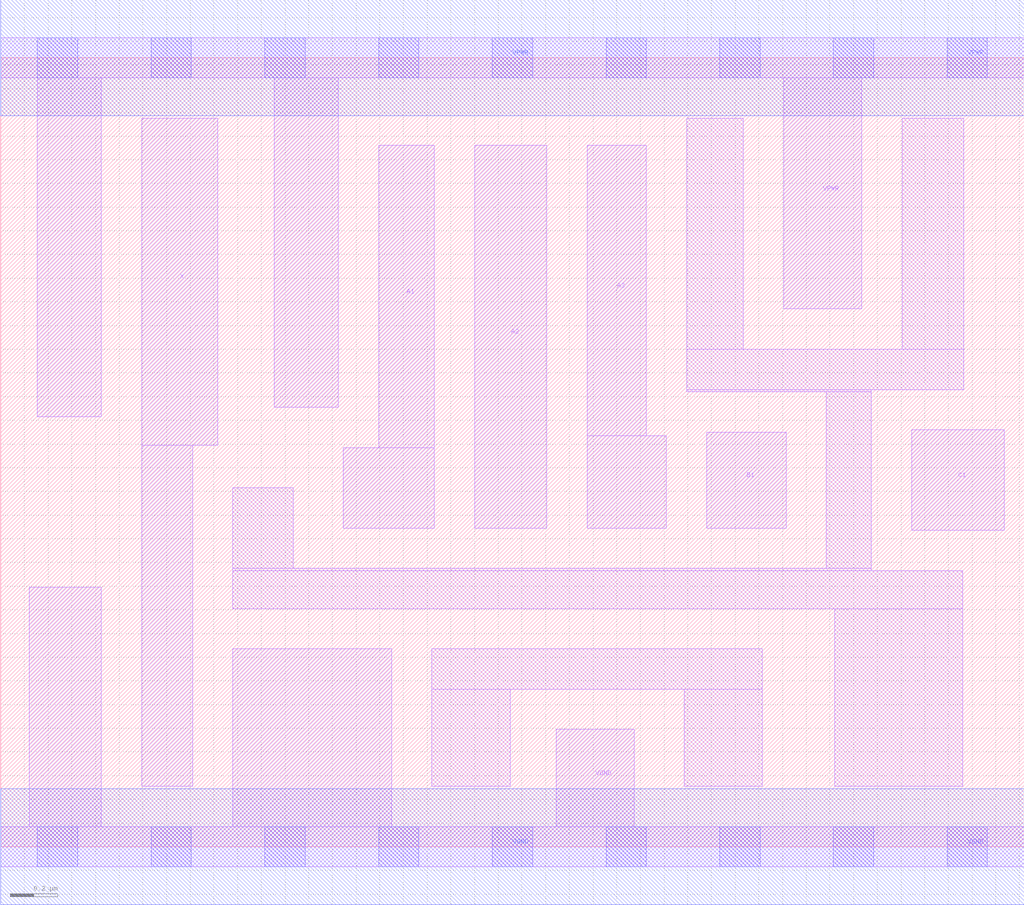
<source format=lef>
# Copyright 2020 The SkyWater PDK Authors
#
# Licensed under the Apache License, Version 2.0 (the "License");
# you may not use this file except in compliance with the License.
# You may obtain a copy of the License at
#
#     https://www.apache.org/licenses/LICENSE-2.0
#
# Unless required by applicable law or agreed to in writing, software
# distributed under the License is distributed on an "AS IS" BASIS,
# WITHOUT WARRANTIES OR CONDITIONS OF ANY KIND, either express or implied.
# See the License for the specific language governing permissions and
# limitations under the License.
#
# SPDX-License-Identifier: Apache-2.0

VERSION 5.7 ;
  NAMESCASESENSITIVE ON ;
  NOWIREEXTENSIONATPIN ON ;
  DIVIDERCHAR "/" ;
  BUSBITCHARS "[]" ;
UNITS
  DATABASE MICRONS 200 ;
END UNITS
MACRO sky130_fd_sc_lp__o311a_2
  CLASS CORE ;
  SOURCE USER ;
  FOREIGN sky130_fd_sc_lp__o311a_2 ;
  ORIGIN  0.000000  0.000000 ;
  SIZE  4.320000 BY  3.330000 ;
  SYMMETRY X Y R90 ;
  SITE unit ;
  PIN A1
    ANTENNAGATEAREA  0.315000 ;
    DIRECTION INPUT ;
    USE SIGNAL ;
    PORT
      LAYER li1 ;
        RECT 1.445000 1.345000 1.830000 1.685000 ;
        RECT 1.595000 1.685000 1.830000 2.960000 ;
    END
  END A1
  PIN A2
    ANTENNAGATEAREA  0.315000 ;
    DIRECTION INPUT ;
    USE SIGNAL ;
    PORT
      LAYER li1 ;
        RECT 2.000000 1.345000 2.305000 2.960000 ;
    END
  END A2
  PIN A3
    ANTENNAGATEAREA  0.315000 ;
    DIRECTION INPUT ;
    USE SIGNAL ;
    PORT
      LAYER li1 ;
        RECT 2.475000 1.345000 2.810000 1.735000 ;
        RECT 2.475000 1.735000 2.725000 2.960000 ;
    END
  END A3
  PIN B1
    ANTENNAGATEAREA  0.315000 ;
    DIRECTION INPUT ;
    USE SIGNAL ;
    PORT
      LAYER li1 ;
        RECT 2.980000 1.345000 3.315000 1.750000 ;
    END
  END B1
  PIN C1
    ANTENNAGATEAREA  0.315000 ;
    DIRECTION INPUT ;
    USE SIGNAL ;
    PORT
      LAYER li1 ;
        RECT 3.845000 1.335000 4.235000 1.760000 ;
    END
  END C1
  PIN X
    ANTENNADIFFAREA  0.588000 ;
    DIRECTION OUTPUT ;
    USE SIGNAL ;
    PORT
      LAYER li1 ;
        RECT 0.595000 0.255000 0.810000 1.695000 ;
        RECT 0.595000 1.695000 0.915000 3.075000 ;
    END
  END X
  PIN VGND
    DIRECTION INOUT ;
    USE GROUND ;
    PORT
      LAYER li1 ;
        RECT 0.000000 -0.085000 4.320000 0.085000 ;
        RECT 0.120000  0.085000 0.425000 1.095000 ;
        RECT 0.980000  0.085000 1.650000 0.835000 ;
        RECT 2.345000  0.085000 2.675000 0.495000 ;
      LAYER mcon ;
        RECT 0.155000 -0.085000 0.325000 0.085000 ;
        RECT 0.635000 -0.085000 0.805000 0.085000 ;
        RECT 1.115000 -0.085000 1.285000 0.085000 ;
        RECT 1.595000 -0.085000 1.765000 0.085000 ;
        RECT 2.075000 -0.085000 2.245000 0.085000 ;
        RECT 2.555000 -0.085000 2.725000 0.085000 ;
        RECT 3.035000 -0.085000 3.205000 0.085000 ;
        RECT 3.515000 -0.085000 3.685000 0.085000 ;
        RECT 3.995000 -0.085000 4.165000 0.085000 ;
      LAYER met1 ;
        RECT 0.000000 -0.245000 4.320000 0.245000 ;
    END
  END VGND
  PIN VPWR
    DIRECTION INOUT ;
    USE POWER ;
    PORT
      LAYER li1 ;
        RECT 0.000000 3.245000 4.320000 3.415000 ;
        RECT 0.155000 1.815000 0.425000 3.245000 ;
        RECT 1.155000 1.855000 1.425000 3.245000 ;
        RECT 3.305000 2.270000 3.635000 3.245000 ;
      LAYER mcon ;
        RECT 0.155000 3.245000 0.325000 3.415000 ;
        RECT 0.635000 3.245000 0.805000 3.415000 ;
        RECT 1.115000 3.245000 1.285000 3.415000 ;
        RECT 1.595000 3.245000 1.765000 3.415000 ;
        RECT 2.075000 3.245000 2.245000 3.415000 ;
        RECT 2.555000 3.245000 2.725000 3.415000 ;
        RECT 3.035000 3.245000 3.205000 3.415000 ;
        RECT 3.515000 3.245000 3.685000 3.415000 ;
        RECT 3.995000 3.245000 4.165000 3.415000 ;
      LAYER met1 ;
        RECT 0.000000 3.085000 4.320000 3.575000 ;
    END
  END VPWR
  OBS
    LAYER li1 ;
      RECT 0.980000 1.005000 4.060000 1.165000 ;
      RECT 0.980000 1.165000 3.675000 1.175000 ;
      RECT 0.980000 1.175000 1.235000 1.515000 ;
      RECT 1.820000 0.255000 2.150000 0.665000 ;
      RECT 1.820000 0.665000 3.215000 0.835000 ;
      RECT 2.885000 0.255000 3.215000 0.665000 ;
      RECT 2.895000 1.920000 3.675000 1.930000 ;
      RECT 2.895000 1.930000 4.065000 2.100000 ;
      RECT 2.895000 2.100000 3.135000 3.075000 ;
      RECT 3.485000 1.175000 3.675000 1.920000 ;
      RECT 3.520000 0.255000 4.060000 1.005000 ;
      RECT 3.805000 2.100000 4.065000 3.075000 ;
  END
END sky130_fd_sc_lp__o311a_2

</source>
